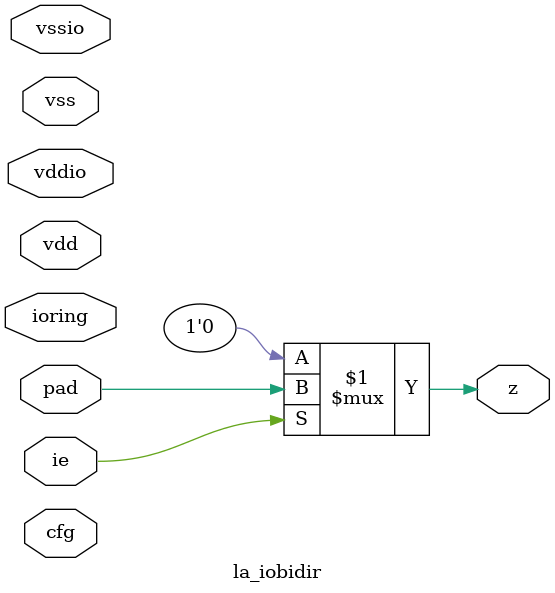
<source format=v>
/*****************************************************************************
 * Function: IO bi-directional buffer
 * Copyright: Lambda Project Authors. ALl rights Reserved.
 * License:  MIT (see LICENSE file in Lambda repository)
 *
 * Docs:
 *
 * This is a generic cell that defines the standard interface of the lambda
 * bidrectional buffer cell. It is only suitable for FPGA synthesis.
 *
 * ASIC specific libraries will need to use the TYPE field to select an
 * appropriate hardcoded physical cell based on the the process constraints
 * and library composition. For example, modern nodes will usually have
 * different IP cells for the placing cells vvertically or horizontally.
 *
 ****************************************************************************/
module la_iobidir
  #(
    parameter TYPE  = "DEFAULT", // cell type
    parameter SIDE  = "NO",      // "NO", "SO", "EA", "WE"
    parameter CFGW  =  16,       // width of core config bus
    parameter RINGW =  8         // width of io ring
    )
   (// io pad signals
    inout 	      pad, // bidirectional pad signal
    inout 	      vdd, // core supply
    inout 	      vss, // core ground
    inout 	      vddio, // io supply
    inout 	      vssio, // io ground
    // core facing signals
    output 	      z, // output to core
    input 	      ie, // input enable, 1 = active
    inout [RINGW-1:0] ioring, // generic io-ring interface
    input [CFGW-1:0]  cfg // generic config interface
    );

   // to core
   assign z   = ie ? pad : 1'b0;

endmodule

</source>
